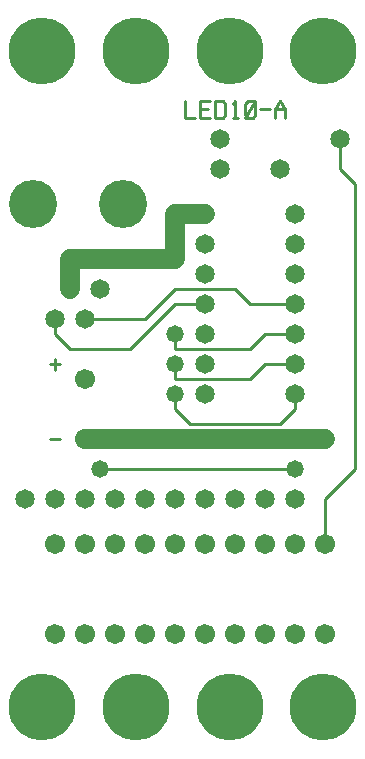
<source format=gtl>
%MOIN*%
%FSLAX25Y25*%
G04 D10 used for Character Trace; *
G04     Circle (OD=.01000) (No hole)*
G04 D11 used for Power Trace; *
G04     Circle (OD=.06700) (No hole)*
G04 D12 used for Signal Trace; *
G04     Circle (OD=.01100) (No hole)*
G04 D13 used for Via; *
G04     Circle (OD=.05800) (Round. Hole ID=.02800)*
G04 D14 used for Component hole; *
G04     Circle (OD=.06500) (Round. Hole ID=.03500)*
G04 D15 used for Component hole; *
G04     Circle (OD=.06700) (Round. Hole ID=.04300)*
G04 D16 used for Component hole; *
G04     Circle (OD=.08100) (Round. Hole ID=.05100)*
G04 D17 used for Component hole; *
G04     Circle (OD=.08900) (Round. Hole ID=.05900)*
G04 D18 used for Component hole; *
G04     Circle (OD=.11300) (Round. Hole ID=.08300)*
G04 D19 used for Component hole; *
G04     Circle (OD=.16000) (Round. Hole ID=.13000)*
G04 D20 used for Component hole; *
G04     Circle (OD=.18300) (Round. Hole ID=.15300)*
G04 D21 used for Component hole; *
G04     Circle (OD=.22291) (Round. Hole ID=.19291)*
%ADD10C,.01000*%
%ADD11C,.06700*%
%ADD12C,.01100*%
%ADD13C,.05800*%
%ADD14C,.06500*%
%ADD15C,.06700*%
%ADD16C,.08100*%
%ADD17C,.08900*%
%ADD18C,.11300*%
%ADD19C,.16000*%
%ADD20C,.18300*%
%ADD21C,.22291*%
%IPPOS*%
%LPD*%
G90*X0Y0D02*D21*X15625Y15625D03*D15*              
X40000Y40000D03*X30000D03*X20000D03*D21*          
X46875Y15625D03*D15*X50000Y40000D03*X60000D03*    
X70000Y70000D03*X60000D03*X50000D03*X40000D03*    
X30000D03*X20000D03*X70000Y40000D03*D21*          
X78125Y15625D03*D15*X80000Y40000D03*Y70000D03*D14*
Y85000D03*X70000D03*X60000D03*X50000D03*X40000D03*
X30000D03*X20000D03*X10000D03*D15*X90000Y40000D03*
Y70000D03*D14*Y85000D03*D13*X35000Y95000D03*D12*  
X100000D01*D13*D03*D12*X110000Y70000D02*Y85000D01*
D15*Y70000D03*X100000D03*D12*X110000Y85000D02*    
X120000Y95000D01*Y190000D01*X115000Y195000D01*    
Y205000D01*D14*D03*X95000Y195000D03*              
X100000Y180000D03*D21*X109375Y234375D03*X78125D03*
D14*X100000Y170000D03*X75000Y205000D03*Y195000D03*
X70000Y160000D03*X100000D03*X70000Y180000D03*D11* 
X60000D01*Y165000D01*X25000D01*Y155000D01*D14*D03*
X20000Y145000D03*D12*Y140000D01*X25000Y135000D01* 
X45000D01*X60000Y150000D01*X70000D01*D14*D03*D13* 
X60000Y140000D03*D12*Y135000D01*X85000D01*        
X90000Y140000D01*X100000D01*D14*D03*D12*          
X85000Y125000D02*X90000Y130000D01*                
X60000Y125000D02*X85000D01*X60000D02*Y130000D01*  
D13*D03*D14*X70000Y120000D03*Y140000D03*          
Y130000D03*D13*X60000Y120000D03*D12*Y115000D01*   
X65000Y110000D01*X95000D01*X100000Y115000D01*     
Y120000D01*D14*D03*D12*X90000Y130000D02*          
X100000D01*D14*D03*Y150000D03*D12*X85000D01*      
X80000Y155000D01*X60000D01*X50000Y145000D01*      
X30000D01*D14*D03*X35000Y155000D03*D10*           
X18326Y130000D02*X21674D01*X20000Y131914D02*      
Y128086D01*D15*X30000Y125000D03*D19*              
X42500Y183500D03*D10*X18326Y105000D02*X21674D01*  
D15*X30000D03*D11*X110000D01*D14*D03*             
X100000Y85000D03*D15*Y40000D03*X110000D03*D14*    
X70000Y170000D03*D21*X109375Y15625D03*D19*        
X12500Y183500D03*D10*X63326Y217871D02*Y212129D01* 
X66674D01*X71674D02*X68326D01*Y217871D01*         
X71674D01*X68326Y215000D02*X70837D01*             
X73326Y212129D02*Y217871D01*X75837D01*            
X76674Y216914D01*Y213086D01*X75837Y212129D01*     
X73326D01*X79163Y216914D02*X80000Y217871D01*      
Y212129D01*X79163D02*X80837D01*X86674Y213086D02*  
X85837Y212129D01*X84163D01*X83326Y213086D01*      
Y216914D01*X84163Y217871D01*X85837D01*            
X86674Y216914D01*Y213086D01*X83326Y212129D02*     
X86674Y217871D01*X88326Y215000D02*X91674D01*      
X93326Y212129D02*Y215000D01*X95000Y217871D01*     
X96674Y215000D01*Y212129D01*X93326Y215000D02*     
X96674D01*D21*X46875Y234375D03*X15625D03*M02*     

</source>
